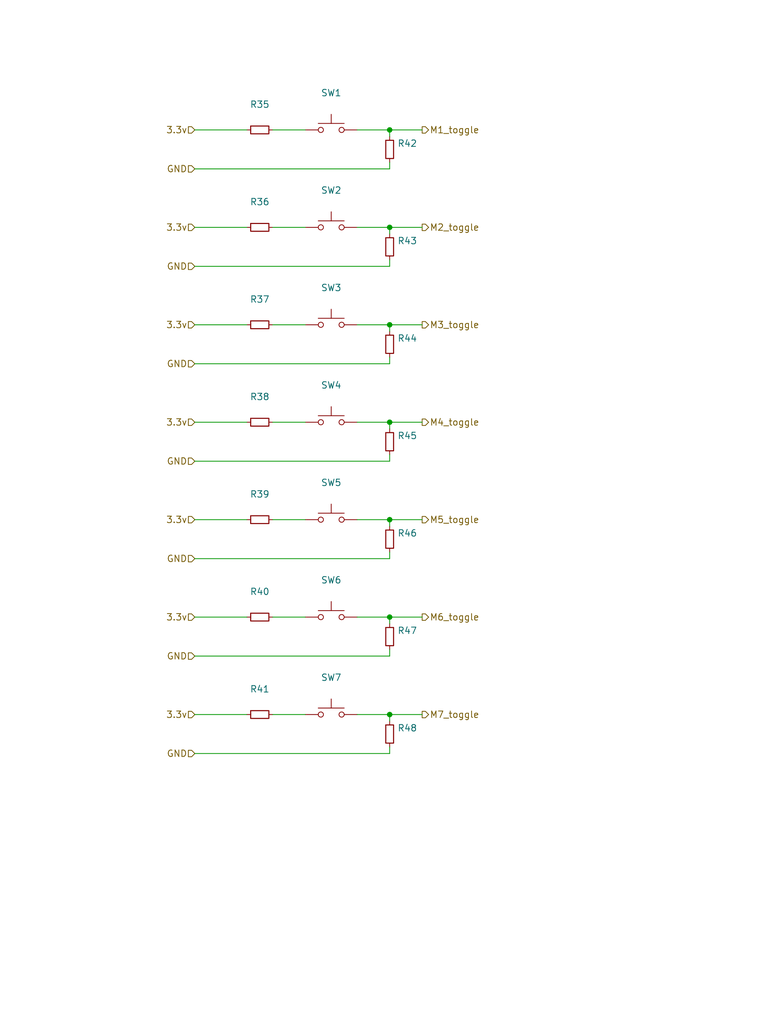
<source format=kicad_sch>
(kicad_sch (version 20211123) (generator eeschema)
  (paper "User" 150.012 200)
  (title_block (title "ArmBoard_Hardware") (date "2021-10-15") (rev "0") (company "Mars Rover Design Team") (comment 1 "Drawn By: Patrick Simoni / Tyler Lunyou"))
  (lib_symbols
    (symbol "Device:R_Small" (pin_numbers hide) (pin_names (offset 0.254) hide)
      (property "Reference" "R" (at 0.762 0.508 0))
      (property "Value" "R_Small" (at 0.762 -1.016 0))
      (symbol "R_Small_0_1"
        (rectangle (start -0.762 1.778) (end 0.762 -1.778) (stroke (width 0.2032)))
      )
      (symbol "R_Small_1_1"
        (pin passive line (at 0 2.54 270) (length 0.762) (name "~") (number "1"))
        (pin passive line (at 0 -2.54 90) (length 0.762) (name "~") (number "2"))
      )
    )
    (symbol "Switch:SW_Push" (pin_numbers hide) (pin_names (offset 1.016) hide)
      (property "Reference" "SW" (at 1.27 2.54 0))
      (property "Value" "SW_Push" (at 0 -1.524 0))
      (symbol "SW_Push_0_1"
        (circle (center -2.032 0) (radius 0.508))
        (polyline (pts (xy 0 1.27) (xy 0 3.048)))
        (polyline (pts (xy 2.54 1.27) (xy -2.54 1.27)))
        (circle (center 2.032 0) (radius 0.508))
        (pin passive line (at -5.08 0 0) (length 2.54) (name "1") (number "1"))
        (pin passive line (at 5.08 0 180) (length 2.54) (name "2") (number "2"))
      )
    )
  )
  (junction (at 76.2 139.7))
  (junction (at 76.2 120.65))
  (junction (at 76.2 44.45))
  (junction (at 76.2 25.4))
  (junction (at 76.2 63.5))
  (junction (at 76.2 82.55))
  (junction (at 76.2 101.6))
  (wire (pts (xy 69.85 101.6) (xy 76.2 101.6)))
  (wire (pts (xy 53.34 44.45) (xy 59.69 44.45)))
  (wire (pts (xy 76.2 120.65) (xy 76.2 121.92)))
  (wire (pts (xy 69.85 63.5) (xy 76.2 63.5)))
  (wire (pts (xy 38.1 101.6) (xy 48.26 101.6)))
  (wire (pts (xy 76.2 44.45) (xy 76.2 45.72)))
  (wire (pts (xy 38.1 128.27) (xy 76.2 128.27)))
  (wire (pts (xy 76.2 101.6) (xy 82.55 101.6)))
  (wire (pts (xy 38.1 139.7) (xy 48.26 139.7)))
  (wire (pts (xy 38.1 52.07) (xy 76.2 52.07)))
  (wire (pts (xy 76.2 25.4) (xy 76.2 26.67)))
  (wire (pts (xy 38.1 25.4) (xy 48.26 25.4)))
  (wire (pts (xy 76.2 82.55) (xy 82.55 82.55)))
  (wire (pts (xy 69.85 120.65) (xy 76.2 120.65)))
  (wire (pts (xy 53.34 25.4) (xy 59.69 25.4)))
  (wire (pts (xy 76.2 25.4) (xy 82.55 25.4)))
  (wire (pts (xy 38.1 63.5) (xy 48.26 63.5)))
  (wire (pts (xy 76.2 109.22) (xy 76.2 107.95)))
  (wire (pts (xy 53.34 101.6) (xy 59.69 101.6)))
  (wire (pts (xy 38.1 109.22) (xy 76.2 109.22)))
  (wire (pts (xy 76.2 63.5) (xy 82.55 63.5)))
  (wire (pts (xy 76.2 101.6) (xy 76.2 102.87)))
  (wire (pts (xy 76.2 90.17) (xy 76.2 88.9)))
  (wire (pts (xy 76.2 52.07) (xy 76.2 50.8)))
  (wire (pts (xy 38.1 147.32) (xy 76.2 147.32)))
  (wire (pts (xy 76.2 120.65) (xy 82.55 120.65)))
  (wire (pts (xy 76.2 139.7) (xy 82.55 139.7)))
  (wire (pts (xy 69.85 44.45) (xy 76.2 44.45)))
  (wire (pts (xy 38.1 71.12) (xy 76.2 71.12)))
  (wire (pts (xy 76.2 33.02) (xy 76.2 31.75)))
  (wire (pts (xy 69.85 139.7) (xy 76.2 139.7)))
  (wire (pts (xy 76.2 128.27) (xy 76.2 127)))
  (wire (pts (xy 38.1 82.55) (xy 48.26 82.55)))
  (wire (pts (xy 38.1 120.65) (xy 48.26 120.65)))
  (wire (pts (xy 76.2 147.32) (xy 76.2 146.05)))
  (wire (pts (xy 38.1 90.17) (xy 76.2 90.17)))
  (wire (pts (xy 76.2 71.12) (xy 76.2 69.85)))
  (wire (pts (xy 76.2 44.45) (xy 82.55 44.45)))
  (wire (pts (xy 38.1 33.02) (xy 76.2 33.02)))
  (wire (pts (xy 76.2 63.5) (xy 76.2 64.77)))
  (wire (pts (xy 53.34 82.55) (xy 59.69 82.55)))
  (wire (pts (xy 76.2 139.7) (xy 76.2 140.97)))
  (wire (pts (xy 69.85 25.4) (xy 76.2 25.4)))
  (wire (pts (xy 53.34 63.5) (xy 59.69 63.5)))
  (wire (pts (xy 38.1 44.45) (xy 48.26 44.45)))
  (wire (pts (xy 69.85 82.55) (xy 76.2 82.55)))
  (wire (pts (xy 53.34 139.7) (xy 59.69 139.7)))
  (wire (pts (xy 53.34 120.65) (xy 59.69 120.65)))
  (wire (pts (xy 76.2 82.55) (xy 76.2 83.82)))
  (hierarchical_label "GND" (shape input) (at 38.1 128.27 180))
  (hierarchical_label "GND" (shape input) (at 38.1 109.22 180))
  (hierarchical_label "GND" (shape input) (at 38.1 71.12 180))
  (hierarchical_label "3.3v" (shape input) (at 38.1 25.4 180))
  (hierarchical_label "3.3v" (shape input) (at 38.1 44.45 180))
  (hierarchical_label "GND" (shape input) (at 38.1 33.02 180))
  (hierarchical_label "M2_toggle" (shape output) (at 82.55 44.45 0))
  (hierarchical_label "M3_toggle" (shape output) (at 82.55 63.5 0))
  (hierarchical_label "M7_toggle" (shape output) (at 82.55 139.7 0))
  (hierarchical_label "3.3v" (shape input) (at 38.1 139.7 180))
  (hierarchical_label "M6_toggle" (shape output) (at 82.55 120.65 0))
  (hierarchical_label "GND" (shape input) (at 38.1 147.32 180))
  (hierarchical_label "M4_toggle" (shape output) (at 82.55 82.55 0))
  (hierarchical_label "3.3v" (shape input) (at 38.1 120.65 180))
  (hierarchical_label "3.3v" (shape input) (at 38.1 82.55 180))
  (hierarchical_label "GND" (shape input) (at 38.1 90.17 180))
  (hierarchical_label "M1_toggle" (shape output) (at 82.55 25.4 0))
  (hierarchical_label "3.3v" (shape input) (at 38.1 63.5 180))
  (hierarchical_label "M5_toggle" (shape output) (at 82.55 101.6 0))
  (hierarchical_label "GND" (shape input) (at 38.1 52.07 180))
  (hierarchical_label "3.3v" (shape input) (at 38.1 101.6 180))
  (symbol (lib_id "Switch:SW_Push") (at 64.77 25.4 0) (unit 1)
    (property "Reference" "SW1" (at 64.77 18.161 0))
  )
  (symbol (lib_id "Device:R_Small") (at 50.8 25.4 270) (unit 1)
    (property "Reference" "R35" (at 50.8 20.4216 90))
  )
  (symbol (lib_id "Device:R_Small") (at 76.2 29.21 0) (unit 1)
    (property "Reference" "R42" (at 77.6986 28.0416 0) (effects (justify left)))
  )
  (symbol (lib_id "Switch:SW_Push") (at 64.77 44.45 0) (unit 1)
    (property "Reference" "SW2" (at 64.77 37.211 0))
  )
  (symbol (lib_id "Device:R_Small") (at 50.8 44.45 270) (unit 1)
    (property "Reference" "R36" (at 50.8 39.4716 90))
  )
  (symbol (lib_id "Device:R_Small") (at 76.2 48.26 0) (unit 1)
    (property "Reference" "R43" (at 77.6986 47.0916 0) (effects (justify left)))
  )
  (symbol (lib_id "Switch:SW_Push") (at 64.77 63.5 0) (unit 1)
    (property "Reference" "SW3" (at 64.77 56.261 0))
  )
  (symbol (lib_id "Device:R_Small") (at 50.8 63.5 270) (unit 1)
    (property "Reference" "R37" (at 50.8 58.5216 90))
  )
  (symbol (lib_id "Device:R_Small") (at 76.2 67.31 0) (unit 1)
    (property "Reference" "R44" (at 77.6986 66.1416 0) (effects (justify left)))
  )
  (symbol (lib_id "Switch:SW_Push") (at 64.77 82.55 0) (unit 1)
    (property "Reference" "SW4" (at 64.77 75.311 0))
  )
  (symbol (lib_id "Device:R_Small") (at 50.8 82.55 270) (unit 1)
    (property "Reference" "R38" (at 50.8 77.5716 90))
  )
  (symbol (lib_id "Device:R_Small") (at 76.2 86.36 0) (unit 1)
    (property "Reference" "R45" (at 77.6986 85.1916 0) (effects (justify left)))
  )
  (symbol (lib_id "Switch:SW_Push") (at 64.77 101.6 0) (unit 1)
    (property "Reference" "SW5" (at 64.77 94.361 0))
  )
  (symbol (lib_id "Device:R_Small") (at 50.8 101.6 270) (unit 1)
    (property "Reference" "R39" (at 50.8 96.6216 90))
  )
  (symbol (lib_id "Device:R_Small") (at 76.2 105.41 0) (unit 1)
    (property "Reference" "R46" (at 77.6986 104.2416 0) (effects (justify left)))
  )
  (symbol (lib_id "Switch:SW_Push") (at 64.77 120.65 0) (unit 1)
    (property "Reference" "SW6" (at 64.77 113.411 0))
  )
  (symbol (lib_id "Device:R_Small") (at 50.8 120.65 270) (unit 1)
    (property "Reference" "R40" (at 50.8 115.6716 90))
  )
  (symbol (lib_id "Device:R_Small") (at 76.2 124.46 0) (unit 1)
    (property "Reference" "R47" (at 77.6986 123.2916 0) (effects (justify left)))
  )
  (symbol (lib_id "Switch:SW_Push") (at 64.77 139.7 0) (unit 1)
    (property "Reference" "SW7" (at 64.77 132.461 0))
  )
  (symbol (lib_id "Device:R_Small") (at 50.8 139.7 270) (unit 1)
    (property "Reference" "R41" (at 50.8 134.7216 90))
  )
  (symbol (lib_id "Device:R_Small") (at 76.2 143.51 0) (unit 1)
    (property "Reference" "R48" (at 77.6986 142.3416 0) (effects (justify left)))
  )
)
</source>
